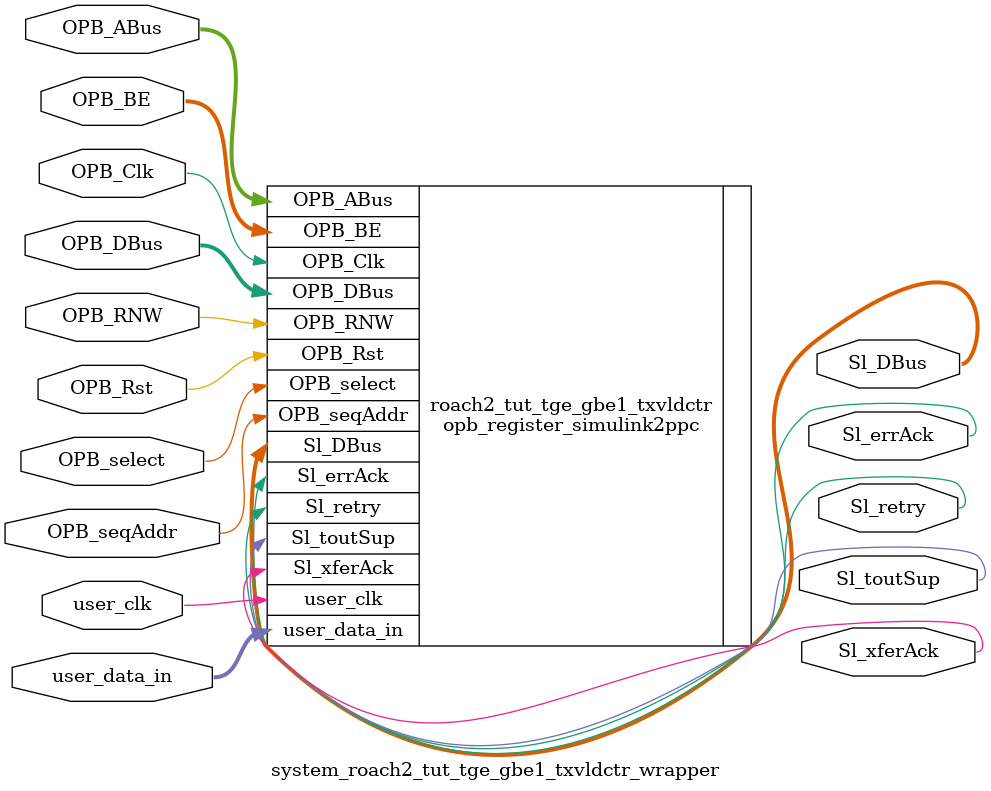
<source format=v>

module system_roach2_tut_tge_gbe1_txvldctr_wrapper
  (
    OPB_Clk,
    OPB_Rst,
    Sl_DBus,
    Sl_errAck,
    Sl_retry,
    Sl_toutSup,
    Sl_xferAck,
    OPB_ABus,
    OPB_BE,
    OPB_DBus,
    OPB_RNW,
    OPB_select,
    OPB_seqAddr,
    user_data_in,
    user_clk
  );
  input OPB_Clk;
  input OPB_Rst;
  output [0:31] Sl_DBus;
  output Sl_errAck;
  output Sl_retry;
  output Sl_toutSup;
  output Sl_xferAck;
  input [0:31] OPB_ABus;
  input [0:3] OPB_BE;
  input [0:31] OPB_DBus;
  input OPB_RNW;
  input OPB_select;
  input OPB_seqAddr;
  input [31:0] user_data_in;
  input user_clk;

  opb_register_simulink2ppc
    #(
      .C_BASEADDR ( 32'h01100200 ),
      .C_HIGHADDR ( 32'h011002FF ),
      .C_OPB_AWIDTH ( 32 ),
      .C_OPB_DWIDTH ( 32 ),
      .C_FAMILY ( "virtex6" )
    )
    roach2_tut_tge_gbe1_txvldctr (
      .OPB_Clk ( OPB_Clk ),
      .OPB_Rst ( OPB_Rst ),
      .Sl_DBus ( Sl_DBus ),
      .Sl_errAck ( Sl_errAck ),
      .Sl_retry ( Sl_retry ),
      .Sl_toutSup ( Sl_toutSup ),
      .Sl_xferAck ( Sl_xferAck ),
      .OPB_ABus ( OPB_ABus ),
      .OPB_BE ( OPB_BE ),
      .OPB_DBus ( OPB_DBus ),
      .OPB_RNW ( OPB_RNW ),
      .OPB_select ( OPB_select ),
      .OPB_seqAddr ( OPB_seqAddr ),
      .user_data_in ( user_data_in ),
      .user_clk ( user_clk )
    );

endmodule


</source>
